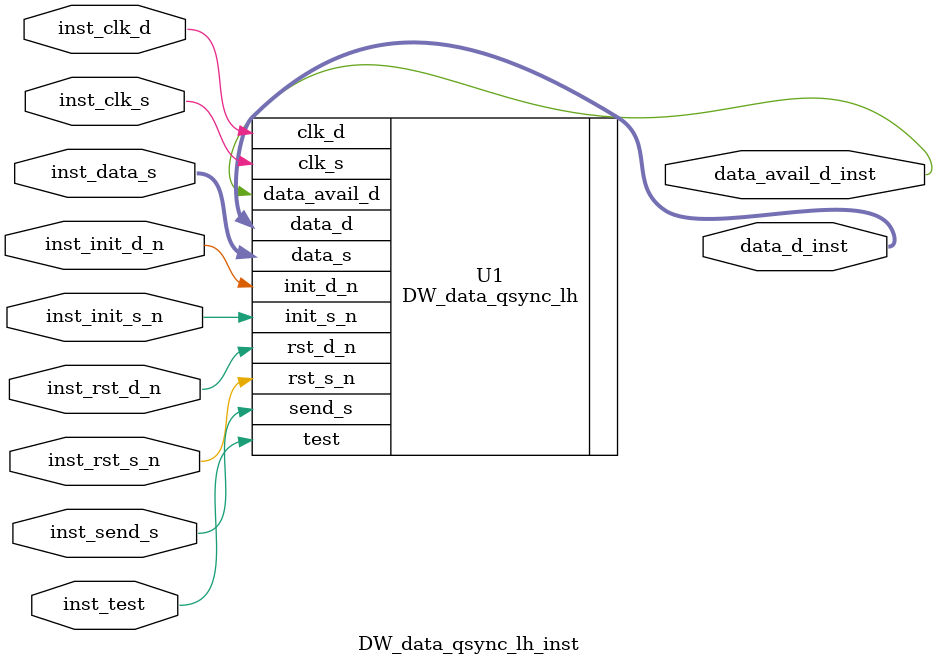
<source format=v>
module DW_data_qsync_lh_inst( inst_clk_s,
                              inst_rst_s_n,
                              inst_init_s_n,
                              inst_send_s,
                              inst_data_s,
                 
		              inst_clk_d,
                              inst_rst_d_n,
                              inst_init_d_n,
                              data_avail_d_inst,
                              data_d_inst,
                 
		              inst_test );

parameter width      = 8;
parameter clk_ratio  = 2;
parameter reg_data_s = 1;
parameter reg_data_d = 1;
parameter tst_mode   = 0;


input               inst_clk_s;
input               inst_rst_s_n;
input               inst_init_s_n;
input               inst_send_s;
input [width-1 : 0] inst_data_s;
input               inst_clk_d;
input               inst_rst_d_n;
input               inst_init_d_n;

output               data_avail_d_inst;
output [width-1 : 0] data_d_inst;
input                inst_test;

    // Instance of DW_data_qsync_lh
    DW_data_qsync_lh #(width,
                       clk_ratio,
                       reg_data_s,
                       reg_data_d,
                       tst_mode)
	  U1 ( .clk_s(inst_clk_s),
               .rst_s_n(inst_rst_s_n),
               .init_s_n(inst_init_s_n),
               .send_s(inst_send_s),
               .data_s(inst_data_s),
               .clk_d(inst_clk_d),
               .rst_d_n(inst_rst_d_n),
               .init_d_n(inst_init_d_n),
               .data_avail_d(data_avail_d_inst),
               .data_d(data_d_inst),
               .test(inst_test) );

endmodule


</source>
